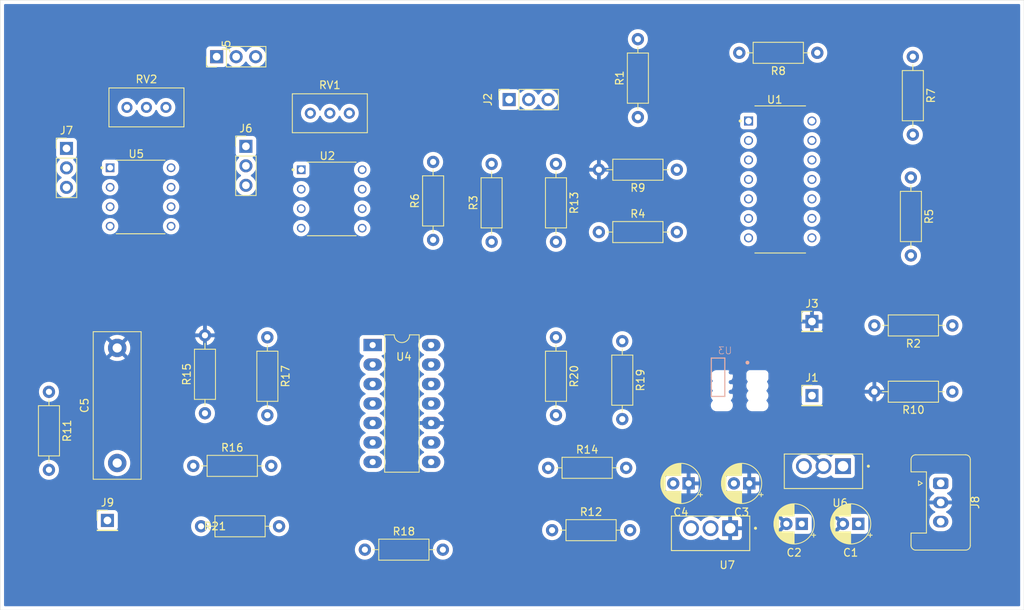
<source format=kicad_pcb>
(kicad_pcb (version 20221018) (generator pcbnew)
  (layers (0 "F.Cu" signal) (31 "B.Cu" signal) (34 "B.Paste" user) (35 "F.Paste" user) (36 "B.SilkS" user "B.Silkscreen") (37 "F.SilkS" user "F.Silkscreen") (38 "B.Mask" user) (39 "F.Mask" user) (44 "Edge.Cuts" user))
  (net 0 "")
  (net 1 "GND")
  (net 2 "+9V")
  (net 3 "-9V")
  (net 4 "+5V")
  (net 5 "-5V")
  (net 6 "Net-(J1-Pin_1)")
  (net 7 "Net-(J2-Pin_1)")
  (net 8 "Net-(J5-Pin_2)")
  (net 10 "op3_1")
  (net 11 "Net-(J6-Pin_2)")
  (net 13 "op2_1")
  (net 14 "Net-(J7-Pin_2)")
  (net 16 "Net-(J9-Pin_1)")
  (net 17 "t+")
  (net 18 "t-")
  (net 19 "Net-(U2--)")
  (net 20 "op2_2")
  (net 21 "op3_2")
  (net 23 "Net-(U4A-+)")
  (net 24 "Net-(U1A--)")
  (net 25 "Net-(U1C--)")
  (net 26 "Net-(R2-Pad1)")
  (net 27 "Net-(U3--IN)")
  (net 28 "Net-(U1D-+)")
  (net 29 "Net-(U1B-+)")
  (net 30 "Net-(U1D--)")
  (net 31 "Net-(U1B--)")
  (net 32 "Net-(U1C-+)")
  (net 33 "Net-(U3-+IN)")
  (net 34 "Net-(U5--)")
  (net 35 "Net-(U3--OUT)")
  (net 36 "Net-(U4B-+)")
  (net 37 "Net-(U4A--)")
  (net 38 "Net-(U4C--)")
  (net 39 "Net-(U4B--)")
  (net 46 "Net-(J2-Pin_2)")
  (net 47 "Net-(J2-Pin_3)")
  (footprint "Resistor_THT:R_Axial_DIN0207_L6.3mm_D2.5mm_P10.16mm_Horizontal" (layer "F.Cu") (at 200.406 85.09 -90)
    (fp_text reference "R7" (at 5.08 -2.37 90) (layer "F.SilkS"))
    (fp_text value "1.17K")
    (pad "1" thru_hole circle (at 0 0 270) (size 1.6 1.6) (drill 0.8) (layers "*.Cu" "*.Mask") (net 6 "Net-(J1-Pin_1)"))
    (pad "2" thru_hole oval (at 10.16 0 270) (size 1.6 1.6) (drill 0.8) (layers "*.Cu" "*.Mask") (net 30 "Net-(U1D--)"))
  )
  (footprint "l7805:TO255P1020X450X2000-3" (layer "F.Cu") (at 188.764 139.1325 180)
    (fp_text reference "U6" (at -2.175 -4.135) (layer "F.SilkS"))
    (fp_text value "L7805")
    (pad "1" thru_hole rect (at -2.55 0.6625 180) (size 2.055 2.055) (drill 1.37) (layers "*.Cu" "*.Mask") (net 2 "+9V"))
    (pad "2" thru_hole circle (at 0 0.6625 180) (size 2.055 2.055) (drill 1.37) (layers "*.Cu" "*.Mask") (net 1 "GND"))
    (pad "3" thru_hole circle (at 2.55 0.6625 180) (size 2.055 2.055) (drill 1.37) (layers "*.Cu" "*.Mask") (net 4 "+5V"))
  )
  (footprint "Resistor_THT:R_Axial_DIN0207_L6.3mm_D2.5mm_P10.16mm_Horizontal" (layer "F.Cu") (at 153.924 99.06 -90)
    (fp_text reference "R13" (at 5.08 -2.37 90) (layer "F.SilkS"))
    (fp_text value "2.2K")
    (pad "1" thru_hole circle (at 0 0 270) (size 1.6 1.6) (drill 0.8) (layers "*.Cu" "*.Mask") (net 7 "Net-(J2-Pin_1)"))
    (pad "2" thru_hole oval (at 10.16 0 270) (size 1.6 1.6) (drill 0.8) (layers "*.Cu" "*.Mask") (net 35 "Net-(U3--OUT)"))
  )
  (footprint "Connector_Stocko:Stocko_MKS_1653-6-0-303_1x3_P2.50mm_Vertical" (layer "F.Cu") (at 204.032888 140.6965 -90)
    (fp_text reference "J8" (at 2.5 -4.5 90) (layer "F.SilkS"))
    (fp_text value "Conn_01x03")
    (pad "1" thru_hole roundrect (at 0 0 270) (size 1.5 2) (drill 1) (layers "*.Cu" "*.Mask") (net 3 "-9V"))
    (pad "2" thru_hole oval (at 2.5 0 270) (size 1.5 2) (drill 1) (layers "*.Cu" "*.Mask") (net 1 "GND"))
    (pad "3" thru_hole oval (at 5 0 270) (size 1.5 2) (drill 1) (layers "*.Cu" "*.Mask") (net 2 "+9V"))
  )
  (footprint "Resistor_THT:R_Axial_DIN0207_L6.3mm_D2.5mm_P10.16mm_Horizontal" (layer "F.Cu") (at 205.556888 128.7585 180)
    (fp_text reference "R10" (at 5.08 -2.37) (layer "F.SilkS"))
    (fp_text value "1K")
    (pad "1" thru_hole circle (at 0 0 180) (size 1.6 1.6) (drill 0.8) (layers "*.Cu" "*.Mask") (net 32 "Net-(U1C-+)"))
    (pad "2" thru_hole oval (at 10.16 0 180) (size 1.6 1.6) (drill 0.8) (layers "*.Cu" "*.Mask") (net 1 "GND"))
  )
  (footprint "Package_DIP:DIP-14_W7.62mm_LongPads" (layer "F.Cu") (at 130.048 122.682)
    (fp_text reference "U4" (at 4.064 1.524) (layer "F.SilkS"))
    (fp_text value "LM324")
    (pad "1" thru_hole rect (at 0 0) (size 2.4 1.6) (drill 0.8) (layers "*.Cu" "*.Mask") (net 37 "Net-(U4A--)"))
    (pad "2" thru_hole oval (at 0 2.54) (size 2.4 1.6) (drill 0.8) (layers "*.Cu" "*.Mask") (net 37 "Net-(U4A--)"))
    (pad "3" thru_hole oval (at 0 5.08) (size 2.4 1.6) (drill 0.8) (layers "*.Cu" "*.Mask") (net 23 "Net-(U4A-+)"))
    (pad "4" thru_hole oval (at 0 7.62) (size 2.4 1.6) (drill 0.8) (layers "*.Cu" "*.Mask") (net 2 "+9V"))
    (pad "5" thru_hole oval (at 0 10.16) (size 2.4 1.6) (drill 0.8) (layers "*.Cu" "*.Mask") (net 36 "Net-(U4B-+)"))
    (pad "6" thru_hole oval (at 0 12.7) (size 2.4 1.6) (drill 0.8) (layers "*.Cu" "*.Mask") (net 39 "Net-(U4B--)"))
    (pad "7" thru_hole oval (at 0 15.24) (size 2.4 1.6) (drill 0.8) (layers "*.Cu" "*.Mask") (net 17 "t+"))
    (pad "8" thru_hole oval (at 7.62 15.24) (size 2.4 1.6) (drill 0.8) (layers "*.Cu" "*.Mask") (net 18 "t-"))
    (pad "9" thru_hole oval (at 7.62 12.7) (size 2.4 1.6) (drill 0.8) (layers "*.Cu" "*.Mask") (net 38 "Net-(U4C--)"))
    (pad "10" thru_hole oval (at 7.62 10.16) (size 2.4 1.6) (drill 0.8) (layers "*.Cu" "*.Mask") (net 1 "GND"))
    (pad "11" thru_hole oval (at 7.62 7.62) (size 2.4 1.6) (drill 0.8) (layers "*.Cu" "*.Mask") (net 3 "-9V"))
    (pad "12" thru_hole oval (at 7.62 5.08) (size 2.4 1.6) (drill 0.8) (layers "*.Cu" "*.Mask"))
    (pad "13" thru_hole oval (at 7.62 2.54) (size 2.4 1.6) (drill 0.8) (layers "*.Cu" "*.Mask"))
    (pad "14" thru_hole oval (at 7.62 0) (size 2.4 1.6) (drill 0.8) (layers "*.Cu" "*.Mask"))
  )
  (footprint "lm741:DIP794W45P254L959H508Q8" (layer "F.Cu") (at 124.714 103.632)
    (fp_text reference "U2" (at -0.565 -5.607) (layer "F.SilkS"))
    (fp_text value "LM741")
    (pad "1" thru_hole rect (at -3.97 -3.81) (size 1.13 1.13) (drill 0.78) (layers "*.Cu" "*.Mask") (net 13 "op2_1"))
    (pad "2" thru_hole circle (at -3.97 -1.27) (size 1.13 1.13) (drill 0.78) (layers "*.Cu" "*.Mask") (net 19 "Net-(U2--)"))
    (pad "3" thru_hole circle (at -3.97 1.27) (size 1.13 1.13) (drill 0.78) (layers "*.Cu" "*.Mask") (net 46 "Net-(J2-Pin_2)"))
    (pad "4" thru_hole circle (at -3.97 3.81) (size 1.13 1.13) (drill 0.78) (layers "*.Cu" "*.Mask") (net 3 "-9V"))
    (pad "5" thru_hole circle (at 3.97 3.81) (size 1.13 1.13) (drill 0.78) (layers "*.Cu" "*.Mask") (net 20 "op2_2"))
    (pad "6" thru_hole circle (at 3.97 1.27) (size 1.13 1.13) (drill 0.78) (layers "*.Cu" "*.Mask") (net 19 "Net-(U2--)"))
    (pad "7" thru_hole circle (at 3.97 -1.27) (size 1.13 1.13) (drill 0.78) (layers "*.Cu" "*.Mask") (net 2 "+9V"))
    (pad "8" thru_hole circle (at 3.97 -3.81) (size 1.13 1.13) (drill 0.78) (layers "*.Cu" "*.Mask"))
  )
  (footprint "Capacitor_THT:C_Rect_L19.0mm_W6.0mm_P15.00mm_MKS4" (layer "F.Cu") (at 96.774 138.056 90)
    (fp_text reference "C5" (at 7.5 -4.25 90) (layer "F.SilkS"))
    (fp_text value "470nF")
    (pad "1" thru_hole circle (at 0 0 90) (size 2.4 2.4) (drill 1.2) (layers "*.Cu" "*.Mask") (net 23 "Net-(U4A-+)"))
    (pad "2" thru_hole circle (at 15 0 90) (size 2.4 2.4) (drill 1.2) (layers "*.Cu" "*.Mask") (net 1 "GND"))
  )
  (footprint "Connector_PinHeader_2.54mm:PinHeader_1x03_P2.54mm_Vertical" (layer "F.Cu") (at 113.538 96.774)
    (fp_text reference "J6" (at 0 -2.33) (layer "F.SilkS"))
    (fp_text value "Conn_01x03")
    (pad "1" thru_hole rect (at 0 0) (size 1.7 1.7) (drill 1) (layers "*.Cu" "*.Mask") (net 13 "op2_1"))
    (pad "2" thru_hole oval (at 0 2.54) (size 1.7 1.7) (drill 1) (layers "*.Cu" "*.Mask") (net 11 "Net-(J6-Pin_2)"))
    (pad "3" thru_hole oval (at 0 5.08) (size 1.7 1.7) (drill 1) (layers "*.Cu" "*.Mask"))
  )
  (footprint "Connector_PinSocket_2.54mm:PinSocket_1x03_P2.54mm_Vertical" (layer "F.Cu") (at 147.828 90.678 90)
    (fp_text reference "J2" (at 0 -2.77 90) (layer "F.SilkS"))
    (fp_text value "Conn_01x03")
    (pad "1" thru_hole rect (at 0 0 90) (size 1.7 1.7) (drill 1) (layers "*.Cu" "*.Mask") (net 7 "Net-(J2-Pin_1)"))
    (pad "2" thru_hole oval (at 0 2.54 90) (size 1.7 1.7) (drill 1) (layers "*.Cu" "*.Mask") (net 46 "Net-(J2-Pin_2)"))
    (pad "3" thru_hole oval (at 0 5.08 90) (size 1.7 1.7) (drill 1) (layers "*.Cu" "*.Mask") (net 47 "Net-(J2-Pin_3)"))
  )
  (footprint "Capacitor_THT:CP_Radial_D5.0mm_P2.00mm" (layer "F.Cu") (at 193.304 145.9905 180)
    (fp_text reference "C1" (at 1 -3.75) (layer "F.SilkS"))
    (fp_text value "0.3uF")
    (pad "1" thru_hole rect (at 0 0 180) (size 1.6 1.6) (drill 0.8) (layers "*.Cu" "*.Mask") (net 2 "+9V"))
    (pad "2" thru_hole circle (at 2 0 180) (size 1.6 1.6) (drill 0.8) (layers "*.Cu" "*.Mask") (net 1 "GND"))
  )
  (footprint "Resistor_THT:R_Axial_DIN0207_L6.3mm_D2.5mm_P10.16mm_Horizontal" (layer "F.Cu") (at 129.032 149.352)
    (fp_text reference "R18" (at 5.08 -2.37) (layer "F.SilkS"))
    (fp_text value "1K")
    (pad "1" thru_hole circle (at 0 0) (size 1.6 1.6) (drill 0.8) (layers "*.Cu" "*.Mask") (net 17 "t+"))
    (pad "2" thru_hole oval (at 10.16 0) (size 1.6 1.6) (drill 0.8) (layers "*.Cu" "*.Mask") (net 38 "Net-(U4C--)"))
  )
  (footprint "Resistor_THT:R_Axial_DIN0207_L6.3mm_D2.5mm_P10.16mm_Horizontal" (layer "F.Cu") (at 137.922 108.966 90)
    (fp_text reference "R6" (at 5.08 -2.37 90) (layer "F.SilkS"))
    (fp_text value "2.2K")
    (pad "1" thru_hole circle (at 0 0 90) (size 1.6 1.6) (drill 0.8) (layers "*.Cu" "*.Mask") (net 29 "Net-(U1B-+)"))
    (pad "2" thru_hole oval (at 10.16 0 90) (size 1.6 1.6) (drill 0.8) (layers "*.Cu" "*.Mask") (net 47 "Net-(J2-Pin_3)"))
  )
  (footprint "Connector_PinHeader_2.54mm:PinHeader_1x01_P2.54mm_Vertical" (layer "F.Cu") (at 187.268888 129.2665)
    (fp_text reference "J1" (at 0 -2.33) (layer "F.SilkS"))
    (fp_text value "PIN_A0")
    (pad "1" thru_hole rect (at 0 0) (size 1.7 1.7) (drill 1) (layers "*.Cu" "*.Mask") (net 6 "Net-(J1-Pin_1)"))
  )
  (footprint "lm741:DIP794W45P254L959H508Q8" (layer "F.Cu") (at 99.822 103.378)
    (fp_text reference "U5" (at -0.565 -5.607) (layer "F.SilkS"))
    (fp_text value "LM741")
    (pad "1" thru_hole rect (at -3.97 -3.81) (size 1.13 1.13) (drill 0.78) (layers "*.Cu" "*.Mask") (net 10 "op3_1"))
    (pad "2" thru_hole circle (at -3.97 -1.27) (size 1.13 1.13) (drill 0.78) (layers "*.Cu" "*.Mask") (net 34 "Net-(U5--)"))
    (pad "3" thru_hole circle (at -3.97 1.27) (size 1.13 1.13) (drill 0.78) (layers "*.Cu" "*.Mask") (net 7 "Net-(J2-Pin_1)"))
    (pad "4" thru_hole circle (at -3.97 3.81) (size 1.13 1.13) (drill 0.78) (layers "*.Cu" "*.Mask") (net 3 "-9V"))
    (pad "5" thru_hole circle (at 3.97 3.81) (size 1.13 1.13) (drill 0.78) (layers "*.Cu" "*.Mask") (net 21 "op3_2"))
    (pad "6" thru_hole circle (at 3.97 1.27) (size 1.13 1.13) (drill 0.78) (layers "*.Cu" "*.Mask") (net 34 "Net-(U5--)"))
    (pad "7" thru_hole circle (at 3.97 -1.27) (size 1.13 1.13) (drill 0.78) (layers "*.Cu" "*.Mask") (net 2 "+9V"))
    (pad "8" thru_hole circle (at 3.97 -3.81) (size 1.13 1.13) (drill 0.78) (layers "*.Cu" "*.Mask"))
  )
  (footprint "Resistor_THT:R_Axial_DIN0207_L6.3mm_D2.5mm_P10.16mm_Horizontal" (layer "F.Cu") (at 152.908 138.684)
    (fp_text reference "R14" (at 5.08 -2.37) (layer "F.SilkS"))
    (fp_text value "10K")
    (pad "1" thru_hole circle (at 0 0) (size 1.6 1.6) (drill 0.8) (layers "*.Cu" "*.Mask") (net 18 "t-"))
    (pad "2" thru_hole oval (at 10.16 0) (size 1.6 1.6) (drill 0.8) (layers "*.Cu" "*.Mask") (net 33 "Net-(U3-+IN)"))
  )
  (footprint "Resistor_THT:R_Axial_DIN0207_L6.3mm_D2.5mm_P10.16mm_Horizontal" (layer "F.Cu") (at 87.884 128.778 -90)
    (fp_text reference "R11" (at 5.08 -2.37 90) (layer "F.SilkS"))
    (fp_text value "10K")
    (pad "1" thru_hole circle (at 0 0 270) (size 1.6 1.6) (drill 0.8) (layers "*.Cu" "*.Mask") (net 19 "Net-(U2--)"))
    (pad "2" thru_hole oval (at 10.16 0 270) (size 1.6 1.6) (drill 0.8) (layers "*.Cu" "*.Mask") (net 27 "Net-(U3--IN)"))
  )
  (footprint "Resistor_THT:R_Axial_DIN0207_L6.3mm_D2.5mm_P10.16mm_Horizontal" (layer "F.Cu") (at 145.542 109.22 90)
    (fp_text reference "R3" (at 5.08 -2.37 90) (layer "F.SilkS"))
    (fp_text value "10K")
    (pad "1" thru_hole circle (at 0 0 90) (size 1.6 1.6) (drill 0.8) (layers "*.Cu" "*.Mask") (net 17 "t+"))
    (pad "2" thru_hole oval (at 10.16 0 90) (size 1.6 1.6) (drill 0.8) (layers "*.Cu" "*.Mask") (net 27 "Net-(U3--IN)"))
  )
  (footprint "Resistor_THT:R_Axial_DIN0207_L6.3mm_D2.5mm_P10.16mm_Horizontal" (layer "F.Cu") (at 106.68 138.43)
    (fp_text reference "R16" (at 5.08 -2.37) (layer "F.SilkS"))
    (fp_text value "10K")
    (pad "1" thru_hole circle (at 0 0) (size 1.6 1.6) (drill 0.8) (layers "*.Cu" "*.Mask") (net 16 "Net-(J9-Pin_1)"))
    (pad "2" thru_hole oval (at 10.16 0) (size 1.6 1.6) (drill 0.8) (layers "*.Cu" "*.Mask") (net 23 "Net-(U4A-+)"))
  )
  (footprint "Connector_PinHeader_2.54mm:PinHeader_1x03_P2.54mm_Vertical" (layer "F.Cu") (at 90.17 97.043)
    (fp_text reference "J7" (at 0 -2.33) (layer "F.SilkS"))
    (fp_text value "Conn_01x03")
    (pad "1" thru_hole rect (at 0 0) (size 1.7 1.7) (drill 1) (layers "*.Cu" "*.Mask") (net 10 "op3_1"))
    (pad "2" thru_hole oval (at 0 2.54) (size 1.7 1.7) (drill 1) (layers "*.Cu" "*.Mask") (net 14 "Net-(J7-Pin_2)"))
    (pad "3" thru_hole oval (at 0 5.08) (size 1.7 1.7) (drill 1) (layers "*.Cu" "*.Mask"))
  )
  (footprint "l7805:TO255P1020X450X2000-3" (layer "F.Cu") (at 174.060888 147.2205 180)
    (fp_text reference "U7" (at -2.175 -4.135) (layer "F.SilkS"))
    (fp_text value "L7905")
    (pad "1" thru_hole rect (at -2.55 0.6625 180) (size 2.055 2.055) (drill 1.37) (layers "*.Cu" "*.Mask") (net 1 "GND"))
    (pad "2" thru_hole circle (at 0 0.6625 180) (size 2.055 2.055) (drill 1.37) (layers "*.Cu" "*.Mask") (net 3 "-9V"))
    (pad "3" thru_hole circle (at 2.55 0.6625 180) (size 2.055 2.055) (drill 1.37) (layers "*.Cu" "*.Mask") (net 5 "-5V"))
  )
  (footprint "Resistor_THT:R_Axial_DIN0207_L6.3mm_D2.5mm_P10.16mm_Horizontal" (layer "F.Cu") (at 200.152 100.838 -90)
    (fp_text reference "R5" (at 5.08 -2.37 90) (layer "F.SilkS"))
    (fp_text value "1K")
    (pad "1" thru_hole circle (at 0 0 270) (size 1.6 1.6) (drill 0.8) (layers "*.Cu" "*.Mask") (net 28 "Net-(U1D-+)"))
    (pad "2" thru_hole oval (at 10.16 0 270) (size 1.6 1.6) (drill 0.8) (layers "*.Cu" "*.Mask") (net 26 "Net-(R2-Pad1)"))
  )
  (footprint "Resistor_THT:R_Axial_DIN0207_L6.3mm_D2.5mm_P10.16mm_Horizontal" (layer "F.Cu") (at 153.924 121.666 -90)
    (fp_text reference "R20" (at 5.08 -2.37 90) (layer "F.SilkS"))
    (fp_text value "1K")
    (pad "1" thru_hole circle (at 0 0 270) (size 1.6 1.6) (drill 0.8) (layers "*.Cu" "*.Mask") (net 38 "Net-(U4C--)"))
    (pad "2" thru_hole oval (at 10.16 0 270) (size 1.6 1.6) (drill 0.8) (layers "*.Cu" "*.Mask") (net 18 "t-"))
  )
  (footprint "Potentiometer_THT:Potentiometer_Bourns_3296W_Vertical" (layer "F.Cu") (at 127.01 92.456)
    (fp_text reference "RV1" (at -2.54 -3.66) (layer "F.SilkS"))
    (fp_text value "R_Potentiometer_Trim")
    (pad "1" thru_hole circle (at 0 0) (size 1.44 1.44) (drill 0.8) (layers "*.Cu" "*.Mask") (net 20 "op2_2"))
    (pad "2" thru_hole circle (at -2.54 0) (size 1.44 1.44) (drill 0.8) (layers "*.Cu" "*.Mask") (net 8 "Net-(J5-Pin_2)"))
    (pad "3" thru_hole circle (at -5.08 0) (size 1.44 1.44) (drill 0.8) (layers "*.Cu" "*.Mask") (net 11 "Net-(J6-Pin_2)"))
  )
  (footprint "Resistor_THT:R_Axial_DIN0207_L6.3mm_D2.5mm_P10.16mm_Horizontal" (layer "F.Cu") (at 107.696 146.304)
    (fp_text reference "R21" (at 1.81 0) (layer "F.SilkS"))
    (fp_text value "150")
    (pad "1" thru_hole circle (at 0 0) (size 1.6 1.6) (drill 0.8) (layers "*.Cu" "*.Mask") (net 39 "Net-(U4B--)"))
    (pad "2" thru_hole oval (at 10.16 0) (size 1.6 1.6) (drill 0.8) (layers "*.Cu" "*.Mask") (net 17 "t+"))
  )
  (footprint "Capacitor_THT:CP_Radial_D5.0mm_P2.00mm" (layer "F.Cu") (at 185.938 145.9905 180)
    (fp_text reference "C2" (at 1 -3.75) (layer "F.SilkS"))
    (fp_text value "0.3uF")
    (pad "1" thru_hole rect (at 0 0 180) (size 1.6 1.6) (drill 0.8) (layers "*.Cu" "*.Mask") (net 4 "+5V"))
    (pad "2" thru_hole circle (at 2 0 180) (size 1.6 1.6) (drill 0.8) (layers "*.Cu" "*.Mask") (net 1 "GND"))
  )
  (footprint "Resistor_THT:R_Axial_DIN0207_L6.3mm_D2.5mm_P10.16mm_Horizontal" (layer "F.Cu") (at 159.512 107.95)
    (fp_text reference "R4" (at 5.08 -2.37) (layer "F.SilkS"))
    (fp_text value "3.3K")
    (pad "1" thru_hole circle (at 0 0) (size 1.6 1.6) (drill 0.8) (layers "*.Cu" "*.Mask") (net 4 "+5V"))
    (pad "2" thru_hole oval (at 10.16 0) (size 1.6 1.6) (drill 0.8) (layers "*.Cu" "*.Mask") (net 28 "Net-(U1D-+)"))
  )
  (footprint "Resistor_THT:R_Axial_DIN0207_L6.3mm_D2.5mm_P10.16mm_Horizontal" (layer "F.Cu") (at 205.556888 120.1225 180)
    (fp_text reference "R2" (at 5.08 -2.37) (layer "F.SilkS"))
    (fp_text value "1K")
    (pad "1" thru_hole circle (at 0 0 180) (size 1.6 1.6) (drill 0.8) (layers "*.Cu" "*.Mask") (net 26 "Net-(R2-Pad1)"))
    (pad "2" thru_hole oval (at 10.16 0 180) (size 1.6 1.6) (drill 0.8) (layers "*.Cu" "*.Mask") (net 25 "Net-(U1C--)"))
  )
  (footprint "Resistor_THT:R_Axial_DIN0207_L6.3mm_D2.5mm_P10.16mm_Horizontal" (layer "F.Cu") (at 116.332 121.666 -90)
    (fp_text reference "R17" (at 5.08 -2.37 90) (layer "F.SilkS"))
    (fp_text value "2.83K")
    (pad "1" thru_hole circle (at 0 0 270) (size 1.6 1.6) (drill 0.8) (layers "*.Cu" "*.Mask") (net 37 "Net-(U4A--)"))
    (pad "2" thru_hole oval (at 10.16 0 270) (size 1.6 1.6) (drill 0.8) (layers "*.Cu" "*.Mask") (net 36 "Net-(U4B-+)"))
  )
  (footprint "Connector_PinHeader_2.54mm:PinHeader_1x01_P2.54mm_Vertical" (layer "F.Cu") (at 95.504 145.542)
    (fp_text reference "J9" (at 0 -2.33) (layer "F.SilkS"))
    (fp_text value "PIN_09")
    (pad "1" thru_hole rect (at 0 0) (size 1.7 1.7) (drill 1) (layers "*.Cu" "*.Mask") (net 16 "Net-(J9-Pin_1)"))
  )
  (footprint "Connector_PinHeader_2.54mm:PinHeader_1x03_P2.54mm_Vertical" (layer "F.Cu") (at 109.728 85.09 90)
    (fp_text reference "J5" (at 1.33 1.27 90) (layer "F.SilkS"))
    (fp_text value "Conn_01x03")
    (pad "1" thru_hole rect (at 0 0 90) (size 1.7 1.7) (drill 1) (layers "*.Cu" "*.Mask") (net 3 "-9V"))
    (pad "2" thru_hole oval (at 0 2.54 90) (size 1.7 1.7) (drill 1) (layers "*.Cu" "*.Mask") (net 8 "Net-(J5-Pin_2)"))
    (pad "3" thru_hole oval (at 0 5.08 90) (size 1.7 1.7) (drill 1) (layers "*.Cu" "*.Mask"))
  )
  (footprint "Resistor_THT:R_Axial_DIN0207_L6.3mm_D2.5mm_P10.16mm_Horizontal" (layer "F.Cu") (at 187.96 84.582 180)
    (fp_text reference "R8" (at 5.08 -2.37) (layer "F.SilkS"))
    (fp_text value "1K")
    (pad "1" thru_hole circle (at 0 0 180) (size 1.6 1.6) (drill 0.8) (layers "*.Cu" "*.Mask") (net 32 "Net-(U1C-+)"))
    (pad "2" thru_hole oval (at 10.16 0 180) (size 1.6 1.6) (drill 0.8) (layers "*.Cu" "*.Mask") (net 31 "Net-(U1B--)"))
  )
  (footprint "Resistor_THT:R_Axial_DIN0207_L6.3mm_D2.5mm_P10.16mm_Horizontal" (layer "F.Cu") (at 153.416 146.812)
    (fp_text reference "R12" (at 5.08 -2.37) (layer "F.SilkS"))
    (fp_text value "10K")
    (pad "1" thru_hole circle (at 0 0) (size 1.6 1.6) (drill 0.8) (layers "*.Cu" "*.Mask") (net 34 "Net-(U5--)"))
    (pad "2" thru_hole oval (at 10.16 0) (size 1.6 1.6) (drill 0.8) (layers "*.Cu" "*.Mask") (net 33 "Net-(U3-+IN)"))
  )
  (footprint "Resistor_THT:R_Axial_DIN0207_L6.3mm_D2.5mm_P10.16mm_Horizontal" (layer "F.Cu") (at 108.204 131.572 90)
    (fp_text reference "R15" (at 5.08 -2.37 90) (layer "F.SilkS"))
    (fp_text value "1K")
    (pad "1" thru_hole circle (at 0 0 90) (size 1.6 1.6) (drill 0.8) (layers "*.Cu" "*.Mask") (net 36 "Net-(U4B-+)"))
    (pad "2" thru_hole oval (at 10.16 0 90) (size 1.6 1.6) (drill 0.8) (layers "*.Cu" "*.Mask") (net 1 "GND"))
  )
  (footprint "Capacitor_THT:CP_Radial_D5.0mm_P2.00mm" (layer "F.Cu") (at 179.098888 140.716 180)
    (fp_text reference "C3" (at 1 -3.75) (layer "F.SilkS"))
    (fp_text value "0.3uF")
    (pad "1" thru_hole rect (at 0 0 180) (size 1.6 1.6) (drill 0.8) (layers "*.Cu" "*.Mask") (net 1 "GND"))
    (pad "2" thru_hole circle (at 2 0 180) (size 1.6 1.6) (drill 0.8) (layers "*.Cu" "*.Mask") (net 3 "-9V"))
  )
  (footprint "Connector_PinHeader_2.54mm:PinHeader_1x01_P2.54mm_Vertical" (layer "F.Cu") (at 187.268888 119.6145)
    (fp_text reference "J3" (at 0 -2.33) (layer "F.SilkS"))
    (fp_text value "Conn_01x01")
    (pad "1" thru_hole rect (at 0 0) (size 1.7 1.7) (drill 1) (layers "*.Cu" "*.Mask") (net 1 "GND"))
  )
  (footprint "Resistor_THT:R_Axial_DIN0207_L6.3mm_D2.5mm_P10.16mm_Horizontal" (layer "F.Cu") (at 169.672 99.822 180)
    (fp_text reference "R9" (at 5.08 -2.37) (layer "F.SilkS"))
    (fp_text value "1K")
    (pad "1" thru_hole circle (at 0 0 180) (size 1.6 1.6) (drill 0.8) (layers "*.Cu" "*.Mask") (net 30 "Net-(U1D--)"))
    (pad "2" thru_hole oval (at 10.16 0 180) (size 1.6 1.6) (drill 0.8) (layers "*.Cu" "*.Mask") (net 1 "GND"))
  )
  (footprint "Capacitor_THT:CP_Radial_D5.0mm_P2.00mm" (layer "F.Cu") (at 171.196 140.716 180)
    (fp_text reference "C4" (at 1 -3.75) (layer "F.SilkS"))
    (fp_text value "0.3uF")
    (pad "1" thru_hole rect (at 0 0 180) (size 1.6 1.6) (drill 0.8) (layers "*.Cu" "*.Mask") (net 1 "GND"))
    (pad "2" thru_hole circle (at 2 0 180) (size 1.6 1.6) (drill 0.8) (layers "*.Cu" "*.Mask") (net 5 "-5V"))
  )
  (footprint "lm324:DIP825W47P254L1917H533Q14" (layer "F.Cu") (at 183.134 101.092)
    (fp_text reference "U1" (at -0.717 -10.4005) (layer "F.SilkS"))
    (fp_text value "LM324")
    (pad "1" thru_hole rect (at -4.1275 -7.62) (size 1.18 1.18) (drill 0.83) (layers "*.Cu" "*.Mask") (net 24 "Net-(U1A--)"))
    (pad "2" thru_hole circle (at -4.1275 -5.08) (size 1.18 1.18) (drill 0.83) (layers "*.Cu" "*.Mask") (net 24 "Net-(U1A--)"))
    (pad "3" thru_hole circle (at -4.1275 -2.54) (size 1.18 1.18) (drill 0.83) (layers "*.Cu" "*.Mask") (net 47 "Net-(J2-Pin_3)"))
    (pad "4" thru_hole circle (at -4.1275 0) (size 1.18 1.18) (drill 0.83) (layers "*.Cu" "*.Mask"))
    (pad "5" thru_hole circle (at -4.1275 2.54) (size 1.18 1.18) (drill 0.83) (layers "*.Cu" "*.Mask") (net 29 "Net-(U1B-+)"))
    (pad "6" thru_hole circle (at -4.1275 5.08) (size 1.18 1.18) (drill 0.83) (layers "*.Cu" "*.Mask") (net 31 "Net-(U1B--)"))
    (pad "7" thru_hole circle (at -4.1275 7.62) (size 1.18 1.18) (drill 0.83) (layers "*.Cu" "*.Mask") (net 31 "Net-(U1B--)"))
    (pad "8" thru_hole circle (at 4.1275 7.62) (size 1.18 1.18) (drill 0.83) (layers "*.Cu" "*.Mask") (net 26 "Net-(R2-Pad1)"))
    (pad "9" thru_hole circle (at 4.1275 5.08) (size 1.18 1.18) (drill 0.83) (layers "*.Cu" "*.Mask") (net 25 "Net-(U1C--)"))
    (pad "10" thru_hole circle (at 4.1275 2.54) (size 1.18 1.18) (drill 0.83) (layers "*.Cu" "*.Mask") (net 32 "Net-(U1C-+)"))
    (pad "11" thru_hole circle (at 4.1275 0) (size 1.18 1.18) (drill 0.83) (layers "*.Cu" "*.Mask"))
    (pad "12" thru_hole circle (at 4.1275 -2.54) (size 1.18 1.18) (drill 0.83) (layers "*.Cu" "*.Mask") (net 28 "Net-(U1D-+)"))
    (pad "13" thru_hole circle (at 4.1275 -5.08) (size 1.18 1.18) (drill 0.83) (layers "*.Cu" "*.Mask") (net 30 "Net-(U1D--)"))
    (pad "14" thru_hole circle (at 4.1275 -7.62) (size 1.18 1.18) (drill 0.83) (layers "*.Cu" "*.Mask") (net 6 "Net-(J1-Pin_1)"))
  )
  (footprint "Resistor_THT:R_Axial_DIN0207_L6.3mm_D2.5mm_P10.16mm_Horizontal" (layer "F.Cu") (at 164.592 92.964 90)
    (fp_text reference "R1" (at 5.08 -2.37 90) (layer "F.SilkS"))
    (fp_text value "1K")
    (pad "1" thru_hole circle (at 0 0 90) (size 1.6 1.6) (drill 0.8) (layers "*.Cu" "*.Mask") (net 25 "Net-(U1C--)"))
    (pad "2" thru_hole oval (at 10.16 0 90) (size 1.6 1.6) (drill 0.8) (layers "*.Cu" "*.Mask") (net 24 "Net-(U1A--)"))
  )
  (footprint "Potentiometer_THT:Potentiometer_Bourns_3296W_Vertical" (layer "F.Cu") (at 103.124 91.694)
    (fp_text reference "RV2" (at -2.54 -3.66) (layer "F.SilkS"))
    (fp_text value "R_Potentiometer_Trim")
    (pad "1" thru_hole circle (at 0 0) (size 1.44 1.44) (drill 0.8) (layers "*.Cu" "*.Mask") (net 21 "op3_2"))
    (pad "2" thru_hole circle (at -2.54 0) (size 1.44 1.44) (drill 0.8) (layers "*.Cu" "*.Mask") (net 8 "Net-(J5-Pin_2)"))
    (pad "3" thru_hole circle (at -5.08 0) (size 1.44 1.44) (drill 0.8) (layers "*.Cu" "*.Mask") (net 14 "Net-(J7-Pin_2)"))
  )
  (footprint "Resistor_THT:R_Axial_DIN0207_L6.3mm_D2.5mm_P10.16mm_Horizontal" (layer "F.Cu") (at 162.56 122.174 -90)
    (fp_text reference "R19" (at 5.08 -2.37 90) (layer "F.SilkS"))
    (fp_text value "1K")
    (pad "1" thru_hole circle (at 0 0 270) (size 1.6 1.6) (drill 0.8) (layers "*.Cu" "*.Mask") (net 4 "+5V"))
    (pad "2" thru_hole oval (at 10.16 0 270) (size 1.6 1.6) (drill 0.8) (layers "*.Cu" "*.Mask") (net 39 "Net-(U4B--)"))
  )
  (footprint "Analog Devices Inc - AD8138ARZ:ANALOG_DEVICES_INC_AD8138ARZ_0" (layer "B.Cu") (at 175.036 126.873 180)
    (fp_text reference "U3" (at -1.878 2.925) (layer "B.SilkS") (effects (font (size 0.92 0.92) (thickness 0.08)) (justify left bottom mirror)))
    (fp_text value "AD8138ARZ")
    (pad "1" smd roundrect (at -2.316 1.905 180) (size 1.874 0.542) (layers "B.Cu" "B.Paste" "B.Mask") (roundrect_rratio 0) (net 27 "Net-(U3--IN)"))
    (pad "2" smd roundrect (at -2.316 0.635 180) (size 1.874 0.542) (layers "B.Cu" "B.Paste" "B.Mask") (roundrect_rratio 0.5))
    (pad "3" smd roundrect (at -2.316 -0.635 180) (size 1.874 0.542) (layers "B.Cu" "B.Paste" "B.Mask") (roundrect_rratio 0.5) (net 4 "+5V"))
    (pad "4" smd roundrect (at -2.316 -1.905 180) (size 1.874 0.542) (layers "B.Cu" "B.Paste" "B.Mask") (roundrect_rratio 0.5) (net 29 "Net-(U1B-+)"))
    (pad "5" smd roundrect (at 2.316 -1.905 180) (size 1.874 0.542) (layers "B.Cu" "B.Paste" "B.Mask") (roundrect_rratio 0.5) (net 35 "Net-(U3--OUT)"))
    (pad "6" smd roundrect (at 2.316 -0.635 180) (size 1.874 0.542) (layers "B.Cu" "B.Paste" "B.Mask") (roundrect_rratio 0.5) (net 5 "-5V"))
    (pad "7" smd roundrect (at 2.316 0.635 180) (size 1.874 0.542) (layers "B.Cu" "B.Paste" "B.Mask") (roundrect_rratio 0.5))
    (pad "8" smd roundrect (at 2.316 1.905 180) (size 1.874 0.542) (layers "B.Cu" "B.Paste" "B.Mask") (roundrect_rratio 0.5) (net 33 "Net-(U3-+IN)"))
  )
  (gr_rect (start 81.534 77.724) (end 214.884 157.226) (stroke (width 0.05)) (fill none) (layer "Edge.Cuts"))
  (zone (net 1) (net_name "GND") (layer "B.Cu") (connect_pads (clearance 0.5)) (min_thickness 0.25) (fill yes (thermal_gap 0.5) (thermal_bridge_width 0.5))
    (polygon (pts (xy 81.534 77.724) (xy 81.534 157.226) (xy 214.884 157.226) (xy 214.884 77.724)))
  )
)
</source>
